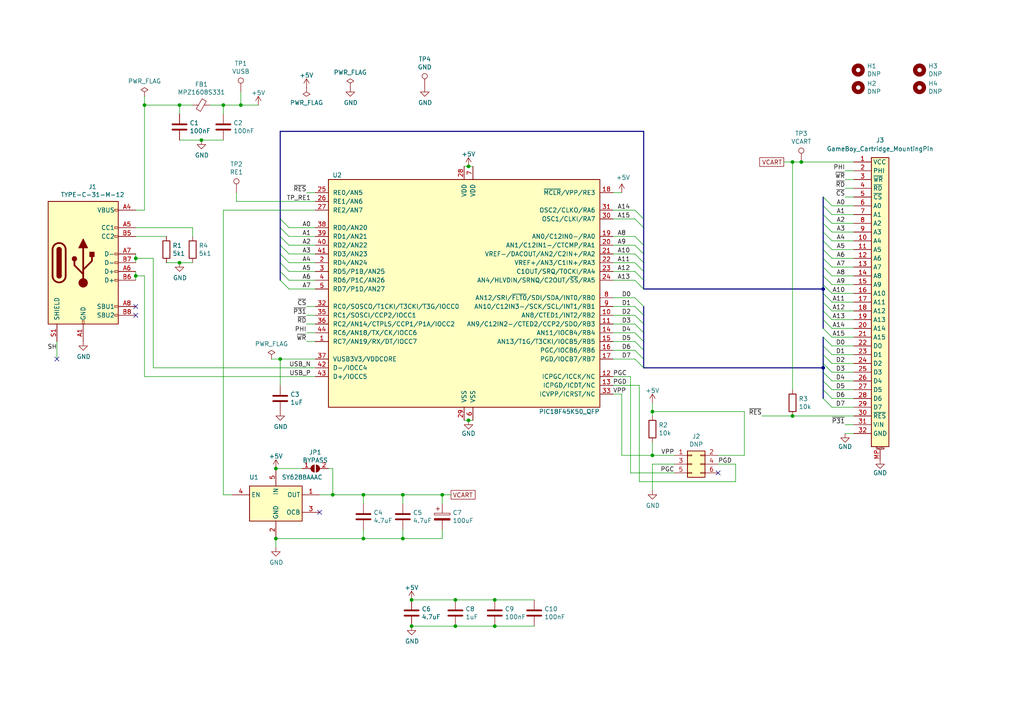
<source format=kicad_sch>
(kicad_sch (version 20211123) (generator eeschema)
  (paper "A4")
  (title_block (title "GB-CARTPP-XC") (date "2020-10-04") (rev "v1.2") (company "https://gekkio.fi"))
  (lib_symbols
    (symbol "Connector:TestPoint" (pin_numbers hide) (pin_names (offset 0.762) hide)
      (property "Reference" "TP" (at 0 6.858 0))
      (property "Value" "TestPoint" (at 0 5.08 0))
      (symbol "TestPoint_0_1"
        (circle (center 0 3.302) (radius 0.762))
      )
      (symbol "TestPoint_1_1"
        (pin passive line (at 0 0 90) (length 2.54) (name "1") (number "1"))
      )
    )
    (symbol "Connector:USB_C_Receptacle_USB2.0" (pin_names (offset 1.016))
      (property "Reference" "J" (at -10.16 19.05 0))
      (property "Value" "USB_C_Receptacle_USB2.0" (at 19.05 19.05 0))
      (symbol "USB_C_Receptacle_USB2.0_0_0"
        (rectangle (start -0.254 -17.78) (end 0.254 -16.764))
        (rectangle (start 10.16 -14.986) (end 9.144 -15.494))
        (rectangle (start 10.16 -12.446) (end 9.144 -12.954))
        (rectangle (start 10.16 -4.826) (end 9.144 -5.334))
        (rectangle (start 10.16 -2.286) (end 9.144 -2.794))
        (rectangle (start 10.16 0.254) (end 9.144 -0.254))
        (rectangle (start 10.16 2.794) (end 9.144 2.286))
        (rectangle (start 10.16 7.874) (end 9.144 7.366))
        (rectangle (start 10.16 10.414) (end 9.144 9.906))
        (rectangle (start 10.16 15.494) (end 9.144 14.986))
      )
      (symbol "USB_C_Receptacle_USB2.0_0_1"
        (rectangle (start -10.16 17.78) (end 10.16 -17.78) (stroke (width 0.254)) (fill (type background)))
        (arc (start -8.89 -3.81) (mid -6.985 -5.715) (end -5.08 -3.81) (stroke (width 0.508)))
        (arc (start -7.62 -3.81) (mid -6.985 -4.445) (end -6.35 -3.81) (stroke (width 0.254)))
        (arc (start -7.62 -3.81) (mid -6.985 -4.445) (end -6.35 -3.81) (stroke (width 0.254)) (fill (type outline)))
        (rectangle (start -7.62 -3.81) (end -6.35 3.81) (stroke (width 0.254)) (fill (type outline)))
        (arc (start -6.35 3.81) (mid -6.985 4.445) (end -7.62 3.81) (stroke (width 0.254)))
        (arc (start -6.35 3.81) (mid -6.985 4.445) (end -7.62 3.81) (stroke (width 0.254)) (fill (type outline)))
        (arc (start -5.08 3.81) (mid -6.985 5.715) (end -8.89 3.81) (stroke (width 0.508)))
        (circle (center -2.54 1.143) (radius 0.635) (stroke (width 0.254)) (fill (type outline)))
        (circle (center 0 -5.842) (radius 1.27) (fill (type outline)))
        (polyline (pts (xy -8.89 -3.81) (xy -8.89 3.81)) (stroke (width 0.508)))
        (polyline (pts (xy -5.08 3.81) (xy -5.08 -3.81)) (stroke (width 0.508)))
        (polyline (pts (xy 0 -5.842) (xy 0 4.318)) (stroke (width 0.508)))
        (polyline (pts (xy 0 -3.302) (xy -2.54 -0.762) (xy -2.54 0.508)) (stroke (width 0.508)))
        (polyline (pts (xy 0 -2.032) (xy 2.54 0.508) (xy 2.54 1.778)) (stroke (width 0.508)))
        (polyline (pts (xy -1.27 4.318) (xy 0 6.858) (xy 1.27 4.318) (xy -1.27 4.318)) (stroke (width 0.254)) (fill (type outline)))
        (rectangle (start 1.905 1.778) (end 3.175 3.048) (stroke (width 0.254)) (fill (type outline)))
      )
      (symbol "USB_C_Receptacle_USB2.0_1_1"
        (pin passive line (at 0 -22.86 90) (length 5.08) (name "GND") (number "A1"))
        (pin passive line (at 0 -22.86 90) (length 5.08) hide (name "GND") (number "A12"))
        (pin passive line (at 15.24 15.24 180) (length 5.08) (name "VBUS") (number "A4"))
        (pin bidirectional line (at 15.24 10.16 180) (length 5.08) (name "CC1") (number "A5"))
        (pin bidirectional line (at 15.24 -2.54 180) (length 5.08) (name "D+") (number "A6"))
        (pin bidirectional line (at 15.24 2.54 180) (length 5.08) (name "D-") (number "A7"))
        (pin bidirectional line (at 15.24 -12.7 180) (length 5.08) (name "SBU1") (number "A8"))
        (pin passive line (at 15.24 15.24 180) (length 5.08) hide (name "VBUS") (number "A9"))
        (pin passive line (at 0 -22.86 90) (length 5.08) hide (name "GND") (number "B1"))
        (pin passive line (at 0 -22.86 90) (length 5.08) hide (name "GND") (number "B12"))
        (pin passive line (at 15.24 15.24 180) (length 5.08) hide (name "VBUS") (number "B4"))
        (pin bidirectional line (at 15.24 7.62 180) (length 5.08) (name "CC2") (number "B5"))
        (pin bidirectional line (at 15.24 -5.08 180) (length 5.08) (name "D+") (number "B6"))
        (pin bidirectional line (at 15.24 0 180) (length 5.08) (name "D-") (number "B7"))
        (pin bidirectional line (at 15.24 -15.24 180) (length 5.08) (name "SBU2") (number "B8"))
        (pin passive line (at 15.24 15.24 180) (length 5.08) hide (name "VBUS") (number "B9"))
        (pin passive line (at -7.62 -22.86 90) (length 5.08) (name "SHIELD") (number "S1"))
      )
    )
    (symbol "Connector_Generic:Conn_02x03_Odd_Even" (pin_names (offset 1.016) hide)
      (property "Reference" "J" (at 1.27 5.08 0))
      (property "Value" "Conn_02x03_Odd_Even" (at 1.27 -5.08 0))
      (symbol "Conn_02x03_Odd_Even_1_1"
        (rectangle (start -1.27 -2.413) (end 0 -2.667) (stroke (width 0.1524)))
        (rectangle (start -1.27 0.127) (end 0 -0.127) (stroke (width 0.1524)))
        (rectangle (start -1.27 2.667) (end 0 2.413) (stroke (width 0.1524)))
        (rectangle (start -1.27 3.81) (end 3.81 -3.81) (stroke (width 0.254)) (fill (type background)))
        (rectangle (start 3.81 -2.413) (end 2.54 -2.667) (stroke (width 0.1524)))
        (rectangle (start 3.81 0.127) (end 2.54 -0.127) (stroke (width 0.1524)))
        (rectangle (start 3.81 2.667) (end 2.54 2.413) (stroke (width 0.1524)))
        (pin passive line (at -5.08 2.54 0) (length 3.81) (name "Pin_1") (number "1"))
        (pin passive line (at 7.62 2.54 180) (length 3.81) (name "Pin_2") (number "2"))
        (pin passive line (at -5.08 0 0) (length 3.81) (name "Pin_3") (number "3"))
        (pin passive line (at 7.62 0 180) (length 3.81) (name "Pin_4") (number "4"))
        (pin passive line (at -5.08 -2.54 0) (length 3.81) (name "Pin_5") (number "5"))
        (pin passive line (at 7.62 -2.54 180) (length 3.81) (name "Pin_6") (number "6"))
      )
    )
    (symbol "Device:C" (pin_numbers hide) (pin_names (offset 0.254))
      (property "Reference" "C" (at 0.635 2.54 0))
      (property "Value" "C" (at 0.635 -2.54 0))
      (symbol "C_0_1"
        (polyline (pts (xy -2.032 -0.762) (xy 2.032 -0.762)) (stroke (width 0.508)))
        (polyline (pts (xy -2.032 0.762) (xy 2.032 0.762)) (stroke (width 0.508)))
      )
      (symbol "C_1_1"
        (pin passive line (at 0 3.81 270) (length 2.794) (name "~") (number "1"))
        (pin passive line (at 0 -3.81 90) (length 2.794) (name "~") (number "2"))
      )
    )
    (symbol "Device:C_Polarized" (pin_numbers hide) (pin_names (offset 0.254))
      (property "Reference" "C" (at 0.635 2.54 0))
      (property "Value" "C_Polarized" (at 0.635 -2.54 0))
      (symbol "C_Polarized_0_1"
        (rectangle (start -2.286 0.508) (end 2.286 1.016))
        (polyline (pts (xy -1.778 2.286) (xy -0.762 2.286)))
        (polyline (pts (xy -1.27 2.794) (xy -1.27 1.778)))
        (rectangle (start 2.286 -0.508) (end -2.286 -1.016) (fill (type outline)))
      )
      (symbol "C_Polarized_1_1"
        (pin passive line (at 0 3.81 270) (length 2.794) (name "~") (number "1"))
        (pin passive line (at 0 -3.81 90) (length 2.794) (name "~") (number "2"))
      )
    )
    (symbol "Device:FerriteBead_Small" (pin_numbers hide) (pin_names (offset 0))
      (property "Reference" "FB" (at 1.905 1.27 0))
      (property "Value" "FerriteBead_Small" (at 1.905 -1.27 0))
      (symbol "FerriteBead_Small_0_1"
        (polyline (pts (xy 0 -1.27) (xy 0 -0.7874)))
        (polyline (pts (xy 0 0.889) (xy 0 1.2954)))
        (polyline (pts (xy -1.8288 0.2794) (xy -1.1176 1.4986) (xy 1.8288 -0.2032) (xy 1.1176 -1.4224) (xy -1.8288 0.2794)))
      )
      (symbol "FerriteBead_Small_1_1"
        (pin passive line (at 0 2.54 270) (length 1.27) (name "~") (number "1"))
        (pin passive line (at 0 -2.54 90) (length 1.27) (name "~") (number "2"))
      )
    )
    (symbol "Device:R" (pin_numbers hide) (pin_names (offset 0))
      (property "Reference" "R" (at 2.032 0 90))
      (property "Value" "R" (at 0 0 90))
      (symbol "R_0_1"
        (rectangle (start -1.016 -2.54) (end 1.016 2.54) (stroke (width 0.254)))
      )
      (symbol "R_1_1"
        (pin passive line (at 0 3.81 270) (length 1.27) (name "~") (number "1"))
        (pin passive line (at 0 -3.81 90) (length 1.27) (name "~") (number "2"))
      )
    )
    (symbol "Gekkio_Connector_Specialized:GameBoy_Cartridge_MountingPin"
      (property "Reference" "J" (at 0 43.18 0))
      (property "Value" "GameBoy_Cartridge_MountingPin" (at 1.27 -44.45 0))
      (symbol "GameBoy_Cartridge_MountingPin_0_1"
        (rectangle (start -2.54 41.91) (end 2.54 -41.91) (stroke (width 0.254)) (fill (type background)))
      )
      (symbol "GameBoy_Cartridge_MountingPin_1_1"
        (polyline (pts (xy -1.016 -42.672) (xy 1.016 -42.672)) (stroke (width 0.1524)))
        (text "Mounting" (at 0 -42.291 0) (effects (font (size 0.381 0.381))))
        (pin passive line (at -7.62 40.64 0) (length 5.08) (name "VCC") (number "1"))
        (pin passive line (at -7.62 17.78 0) (length 5.08) (name "A4") (number "10"))
        (pin passive line (at -7.62 15.24 0) (length 5.08) (name "A5") (number "11"))
        (pin passive line (at -7.62 12.7 0) (length 5.08) (name "A6") (number "12"))
        (pin passive line (at -7.62 10.16 0) (length 5.08) (name "A7") (number "13"))
        (pin passive line (at -7.62 7.62 0) (length 5.08) (name "A8") (number "14"))
        (pin passive line (at -7.62 5.08 0) (length 5.08) (name "A9") (number "15"))
        (pin passive line (at -7.62 2.54 0) (length 5.08) (name "A10") (number "16"))
        (pin passive line (at -7.62 0 0) (length 5.08) (name "A11") (number "17"))
        (pin passive line (at -7.62 -2.54 0) (length 5.08) (name "A12") (number "18"))
        (pin passive line (at -7.62 -5.08 0) (length 5.08) (name "A13") (number "19"))
        (pin passive line (at -7.62 38.1 0) (length 5.08) (name "PHI") (number "2"))
        (pin passive line (at -7.62 -7.62 0) (length 5.08) (name "A14") (number "20"))
        (pin passive line (at -7.62 -10.16 0) (length 5.08) (name "A15") (number "21"))
        (pin passive line (at -7.62 -12.7 0) (length 5.08) (name "D0") (number "22"))
        (pin passive line (at -7.62 -15.24 0) (length 5.08) (name "D1") (number "23"))
        (pin passive line (at -7.62 -17.78 0) (length 5.08) (name "D2") (number "24"))
        (pin passive line (at -7.62 -20.32 0) (length 5.08) (name "D3") (number "25"))
        (pin passive line (at -7.62 -22.86 0) (length 5.08) (name "D4") (number "26"))
        (pin passive line (at -7.62 -25.4 0) (length 5.08) (name "D5") (number "27"))
        (pin passive line (at -7.62 -27.94 0) (length 5.08) (name "D6") (number "28"))
        (pin passive line (at -7.62 -30.48 0) (length 5.08) (name "D7") (number "29"))
        (pin passive line (at -7.62 35.56 0) (length 5.08) (name "~{WR}") (number "3"))
        (pin passive line (at -7.62 -33.02 0) (length 5.08) (name "~{RES}") (number "30"))
        (pin passive line (at -7.62 -35.56 0) (length 5.08) (name "VIN") (number "31"))
        (pin passive line (at -7.62 -38.1 0) (length 5.08) (name "GND") (number "32"))
        (pin passive line (at -7.62 33.02 0) (length 5.08) (name "~{RD}") (number "4"))
        (pin passive line (at -7.62 30.48 0) (length 5.08) (name "~{CS}") (number "5"))
        (pin passive line (at -7.62 27.94 0) (length 5.08) (name "A0") (number "6"))
        (pin passive line (at -7.62 25.4 0) (length 5.08) (name "A1") (number "7"))
        (pin passive line (at -7.62 22.86 0) (length 5.08) (name "A2") (number "8"))
        (pin passive line (at -7.62 20.32 0) (length 5.08) (name "A3") (number "9"))
        (pin passive line (at 0 -45.72 90) (length 3.048) (name "~") (number "MP"))
      )
    )
    (symbol "Gekkio_Power_Management:SY6288AAAC"
      (property "Reference" "U" (at -6.35 6.35 0))
      (property "Value" "SY6288AAAC" (at 6.35 6.35 0))
      (symbol "SY6288AAAC_0_1"
        (rectangle (start -7.62 5.08) (end 7.62 -5.08) (stroke (width 0.254)) (fill (type background)))
      )
      (symbol "SY6288AAAC_1_1"
        (pin power_out line (at 12.7 2.54 180) (length 5.08) (name "OUT") (number "1"))
        (pin power_in line (at 0 -10.16 90) (length 5.08) (name "GND") (number "2"))
        (pin open_collector line (at 12.7 -2.54 180) (length 5.08) (name "OCB") (number "3"))
        (pin input line (at -12.7 2.54 0) (length 5.08) (name "EN") (number "4"))
        (pin power_in line (at 0 10.16 270) (length 5.08) (name "IN") (number "5"))
      )
    )
    (symbol "Jumper:SolderJumper_2_Open" (pin_names (offset 0) hide)
      (property "Reference" "JP" (at 0 2.032 0))
      (property "Value" "SolderJumper_2_Open" (at 0 -2.54 0))
      (symbol "SolderJumper_2_Open_0_1"
        (arc (start -0.254 1.016) (mid -1.27 0) (end -0.254 -1.016))
        (arc (start -0.254 1.016) (mid -1.27 0) (end -0.254 -1.016) (fill (type outline)))
        (polyline (pts (xy -0.254 1.016) (xy -0.254 -1.016)))
        (polyline (pts (xy 0.254 1.016) (xy 0.254 -1.016)))
        (arc (start 0.254 -1.016) (mid 1.27 0) (end 0.254 1.016))
        (arc (start 0.254 -1.016) (mid 1.27 0) (end 0.254 1.016) (fill (type outline)))
      )
      (symbol "SolderJumper_2_Open_1_1"
        (pin passive line (at -3.81 0 0) (length 2.54) (name "A") (number "1"))
        (pin passive line (at 3.81 0 180) (length 2.54) (name "B") (number "2"))
      )
    )
    (symbol "MCU_Microchip_PIC18:PIC18F45K50_QFP" (pin_names (offset 1.27))
      (property "Reference" "U" (at -36.83 33.02 0))
      (property "Value" "PIC18F45K50_QFP" (at 30.48 -35.56 0))
      (symbol "PIC18F45K50_QFP_0_1"
        (rectangle (start -39.37 31.75) (end 39.37 -34.29) (stroke (width 0.254)) (fill (type background)))
      )
      (symbol "PIC18F45K50_QFP_1_1"
        (pin bidirectional line (at -43.18 -15.24 0) (length 3.81) (name "RC7/AN19/RX/DT/IOCC7") (number "1"))
        (pin bidirectional line (at 43.18 -7.62 180) (length 3.81) (name "AN8/CTED1/INT2/RB2") (number "10"))
        (pin bidirectional line (at 43.18 -10.16 180) (length 3.81) (name "AN9/C12IN2-/CTED2/CCP2/SDO/RB3") (number "11"))
        (pin bidirectional line (at 43.18 -25.4 180) (length 3.81) (name "ICPGC/ICCK/NC") (number "12"))
        (pin bidirectional line (at 43.18 -27.94 180) (length 3.81) (name "ICPGD/ICDT/NC") (number "13"))
        (pin bidirectional line (at 43.18 -12.7 180) (length 3.81) (name "AN11/IOCB4/RB4") (number "14"))
        (pin bidirectional line (at 43.18 -15.24 180) (length 3.81) (name "AN13/T1G/T3CKI/IOCB5/RB5") (number "15"))
        (pin bidirectional line (at 43.18 -17.78 180) (length 3.81) (name "PGC/IOCB6/RB6") (number "16"))
        (pin bidirectional line (at 43.18 -20.32 180) (length 3.81) (name "PGD/IOCB7/RB7") (number "17"))
        (pin input line (at 43.18 27.94 180) (length 3.81) (name "~{MCLR}/VPP/RE3") (number "18"))
        (pin bidirectional line (at 43.18 15.24 180) (length 3.81) (name "AN0/C12IN0-/RA0") (number "19"))
        (pin bidirectional line (at -43.18 7.62 0) (length 3.81) (name "RD4/AN24") (number "2"))
        (pin bidirectional line (at 43.18 12.7 180) (length 3.81) (name "AN1/C12IN1-/CTCMP/RA1") (number "20"))
        (pin bidirectional line (at 43.18 10.16 180) (length 3.81) (name "VREF-/DACOUT/AN2/C2IN+/RA2") (number "21"))
        (pin bidirectional line (at 43.18 7.62 180) (length 3.81) (name "VREF+/AN3/C1IN+/RA3") (number "22"))
        (pin bidirectional line (at 43.18 5.08 180) (length 3.81) (name "C1OUT/SRQ/T0CKI/RA4") (number "23"))
        (pin bidirectional line (at 43.18 2.54 180) (length 3.81) (name "AN4/HLVDIN/SRNQ/C2OUT/~{SS}/RA5") (number "24"))
        (pin bidirectional line (at -43.18 27.94 0) (length 3.81) (name "RE0/AN5") (number "25"))
        (pin bidirectional line (at -43.18 25.4 0) (length 3.81) (name "RE1/AN6") (number "26"))
        (pin bidirectional line (at -43.18 22.86 0) (length 3.81) (name "RE2/AN7") (number "27"))
        (pin power_in line (at 0 35.56 270) (length 3.81) (name "VDD") (number "28"))
        (pin power_in line (at 0 -38.1 90) (length 3.81) (name "VSS") (number "29"))
        (pin bidirectional line (at -43.18 5.08 0) (length 3.81) (name "RD5/P1B/AN25") (number "3"))
        (pin bidirectional line (at 43.18 20.32 180) (length 3.81) (name "OSC1/CLKI/RA7") (number "30"))
        (pin bidirectional line (at 43.18 22.86 180) (length 3.81) (name "OSC2/CLKO/RA6") (number "31"))
        (pin bidirectional line (at -43.18 -5.08 0) (length 3.81) (name "RC0/SOSCO/T1CKI/T3CKI/T3G/IOCC0") (number "32"))
        (pin bidirectional line (at 43.18 -30.48 180) (length 3.81) (name "ICVPP/ICRST/NC") (number "33"))
        (pin no_connect line (at -17.78 -38.1 90) (length 3.81) hide (name "NC") (number "34"))
        (pin bidirectional line (at -43.18 -7.62 0) (length 3.81) (name "RC1/SOSCI/CCP2/IOCC1") (number "35"))
        (pin bidirectional line (at -43.18 -10.16 0) (length 3.81) (name "RC2/AN14/CTPLS/CCP1/P1A/IOCC2") (number "36"))
        (pin power_in line (at -43.18 -20.32 0) (length 3.81) (name "VUSB3V3/VDDCORE") (number "37"))
        (pin bidirectional line (at -43.18 17.78 0) (length 3.81) (name "RD0/AN20") (number "38"))
        (pin bidirectional line (at -43.18 15.24 0) (length 3.81) (name "RD1/AN21") (number "39"))
        (pin bidirectional line (at -43.18 2.54 0) (length 3.81) (name "RD6/P1C/AN26") (number "4"))
        (pin bidirectional line (at -43.18 12.7 0) (length 3.81) (name "RD2/AN22") (number "40"))
        (pin bidirectional line (at -43.18 10.16 0) (length 3.81) (name "RD3/AN23") (number "41"))
        (pin bidirectional line (at -43.18 -22.86 0) (length 3.81) (name "D-/IOCC4") (number "42"))
        (pin bidirectional line (at -43.18 -25.4 0) (length 3.81) (name "D+/IOCC5") (number "43"))
        (pin bidirectional line (at -43.18 -12.7 0) (length 3.81) (name "RC6/AN18/TX/CK/IOCC6") (number "44"))
        (pin bidirectional line (at -43.18 0 0) (length 3.81) (name "RD7/P1D/AN27") (number "5"))
        (pin power_in line (at 2.54 -38.1 90) (length 3.81) (name "VSS") (number "6"))
        (pin power_in line (at 2.54 35.56 270) (length 3.81) (name "VDD") (number "7"))
        (pin bidirectional line (at 43.18 -2.54 180) (length 3.81) (name "AN12/SRI/~{FLT0}/SDI/SDA/INT0/RB0") (number "8"))
        (pin bidirectional line (at 43.18 -5.08 180) (length 3.81) (name "AN10/C12IN3-/SCK/SCL/INT1/RB1") (number "9"))
      )
    )
    (symbol "Mechanical:MountingHole" (pin_names (offset 1.016))
      (property "Reference" "H" (at 0 5.08 0))
      (property "Value" "MountingHole" (at 0 3.175 0))
      (symbol "MountingHole_0_1"
        (circle (center 0 0) (radius 1.27) (stroke (width 1.27)))
      )
    )
    (symbol "power:+5V" (power) (pin_names (offset 0))
      (property "Value" "+5V" (at 0 3.556 0))
      (symbol "+5V_0_1"
        (polyline (pts (xy -0.762 1.27) (xy 0 2.54)))
        (polyline (pts (xy 0 0) (xy 0 2.54)))
        (polyline (pts (xy 0 2.54) (xy 0.762 1.27)))
      )
      (symbol "+5V_1_1"
        (pin power_in line (at 0 0 90) (length 0) hide (name "+5V") (number "1"))
      )
    )
    (symbol "power:GND" (power) (pin_names (offset 0))
      (property "Value" "GND" (at 0 -3.81 0))
      (symbol "GND_0_1"
        (polyline (pts (xy 0 0) (xy 0 -1.27) (xy 1.27 -1.27) (xy 0 -2.54) (xy -1.27 -1.27) (xy 0 -1.27)))
      )
      (symbol "GND_1_1"
        (pin power_in line (at 0 0 270) (length 0) hide (name "GND") (number "1"))
      )
    )
    (symbol "power:PWR_FLAG" (power) (pin_numbers hide) (pin_names (offset 0) hide)
      (property "Value" "PWR_FLAG" (at 0 3.81 0))
      (symbol "PWR_FLAG_0_0"
        (pin power_out line (at 0 0 90) (length 0) (name "pwr") (number "1"))
      )
      (symbol "PWR_FLAG_0_1"
        (polyline (pts (xy 0 0) (xy 0 1.27) (xy -1.016 1.905) (xy 0 2.54) (xy 1.016 1.905) (xy 0 1.27)))
      )
    )
  )
  (junction (at 189.23 119.38))
  (junction (at 238.76 83.82))
  (junction (at 238.76 106.68))
  (junction (at 143.51 181.61))
  (junction (at 119.38 173.99))
  (junction (at 229.87 120.65))
  (junction (at 96.52 143.51))
  (junction (at 116.84 143.51))
  (junction (at 80.01 135.89))
  (junction (at 135.89 121.92))
  (junction (at 80.01 156.21))
  (junction (at 69.85 30.48))
  (junction (at 143.51 173.99))
  (junction (at 128.27 143.51))
  (junction (at 189.23 132.08))
  (junction (at 41.91 30.48))
  (junction (at 58.42 40.64))
  (junction (at 119.38 181.61))
  (junction (at 81.28 104.14))
  (junction (at 39.37 74.93))
  (junction (at 132.08 173.99))
  (junction (at 52.07 30.48))
  (junction (at 105.41 143.51))
  (junction (at 116.84 156.21))
  (junction (at 132.08 181.61))
  (junction (at 232.41 46.99))
  (junction (at 39.37 80.01))
  (junction (at 105.41 156.21))
  (junction (at 64.77 30.48))
  (junction (at 135.89 48.26))
  (junction (at 229.87 46.99))
  (junction (at 52.07 76.2))
  (no_connect (at 16.51 104.14))
  (no_connect (at 92.71 148.59))
  (no_connect (at 208.28 137.16))
  (no_connect (at 39.37 88.9))
  (no_connect (at 39.37 91.44))
  (bus_entry (at 238.76 113.03) (size 2.54 2.54))
  (bus_entry (at 81.28 71.12) (size 2.54 2.54))
  (bus_entry (at 238.76 69.85) (size 2.54 2.54))
  (bus_entry (at 184.15 68.58) (size 2.54 2.54))
  (bus_entry (at 238.76 57.15) (size 2.54 2.54))
  (bus_entry (at 184.15 101.6) (size 2.54 2.54))
  (bus_entry (at 184.15 71.12) (size 2.54 2.54))
  (bus_entry (at 184.15 81.28) (size 2.54 2.54))
  (bus_entry (at 81.28 66.04) (size 2.54 2.54))
  (bus_entry (at 238.76 110.49) (size 2.54 2.54))
  (bus_entry (at 238.76 95.25) (size 2.54 2.54))
  (bus_entry (at 238.76 64.77) (size 2.54 2.54))
  (bus_entry (at 81.28 73.66) (size 2.54 2.54))
  (bus_entry (at 81.28 63.5) (size 2.54 2.54))
  (bus_entry (at 184.15 73.66) (size 2.54 2.54))
  (bus_entry (at 184.15 96.52) (size 2.54 2.54))
  (bus_entry (at 238.76 80.01) (size 2.54 2.54))
  (bus_entry (at 184.15 78.74) (size 2.54 2.54))
  (bus_entry (at 184.15 60.96) (size 2.54 2.54))
  (bus_entry (at 238.76 105.41) (size 2.54 2.54))
  (bus_entry (at 184.15 76.2) (size 2.54 2.54))
  (bus_entry (at 238.76 115.57) (size 2.54 2.54))
  (bus_entry (at 81.28 68.58) (size 2.54 2.54))
  (bus_entry (at 184.15 99.06) (size 2.54 2.54))
  (bus_entry (at 81.28 81.28) (size 2.54 2.54))
  (bus_entry (at 238.76 90.17) (size 2.54 2.54))
  (bus_entry (at 238.76 72.39) (size 2.54 2.54))
  (bus_entry (at 238.76 102.87) (size 2.54 2.54))
  (bus_entry (at 81.28 76.2) (size 2.54 2.54))
  (bus_entry (at 238.76 97.79) (size 2.54 2.54))
  (bus_entry (at 238.76 77.47) (size 2.54 2.54))
  (bus_entry (at 184.15 104.14) (size 2.54 2.54))
  (bus_entry (at 238.76 74.93) (size 2.54 2.54))
  (bus_entry (at 238.76 59.69) (size 2.54 2.54))
  (bus_entry (at 238.76 67.31) (size 2.54 2.54))
  (bus_entry (at 238.76 82.55) (size 2.54 2.54))
  (bus_entry (at 184.15 91.44) (size 2.54 2.54))
  (bus_entry (at 238.76 85.09) (size 2.54 2.54))
  (bus_entry (at 81.28 78.74) (size 2.54 2.54))
  (bus_entry (at 238.76 100.33) (size 2.54 2.54))
  (bus_entry (at 184.15 93.98) (size 2.54 2.54))
  (bus_entry (at 184.15 88.9) (size 2.54 2.54))
  (bus_entry (at 238.76 87.63) (size 2.54 2.54))
  (bus_entry (at 238.76 107.95) (size 2.54 2.54))
  (bus_entry (at 184.15 86.36) (size 2.54 2.54))
  (bus_entry (at 238.76 62.23) (size 2.54 2.54))
  (bus_entry (at 238.76 92.71) (size 2.54 2.54))
  (bus_entry (at 184.15 63.5) (size 2.54 2.54))
  (wire (pts (xy 83.82 71.12) (xy 91.44 71.12)))
  (wire (pts (xy 64.77 143.51) (xy 67.31 143.51)))
  (bus (pts (xy 186.69 99.06) (xy 186.69 101.6)))
  (wire (pts (xy 81.28 104.14) (xy 91.44 104.14)))
  (wire (pts (xy 41.91 60.96) (xy 39.37 60.96)))
  (wire (pts (xy 247.65 85.09) (xy 241.3 85.09)))
  (wire (pts (xy 154.94 173.99) (xy 143.51 173.99)))
  (wire (pts (xy 177.8 96.52) (xy 184.15 96.52)))
  (wire (pts (xy 177.8 60.96) (xy 184.15 60.96)))
  (bus (pts (xy 238.76 83.82) (xy 238.76 85.09)))
  (wire (pts (xy 132.08 181.61) (xy 143.51 181.61)))
  (wire (pts (xy 83.82 81.28) (xy 91.44 81.28)))
  (wire (pts (xy 52.07 40.64) (xy 58.42 40.64)))
  (bus (pts (xy 238.76 59.69) (xy 238.76 62.23)))
  (wire (pts (xy 177.8 91.44) (xy 184.15 91.44)))
  (wire (pts (xy 83.82 66.04) (xy 91.44 66.04)))
  (bus (pts (xy 81.28 66.04) (xy 81.28 68.58)))
  (wire (pts (xy 177.8 76.2) (xy 184.15 76.2)))
  (bus (pts (xy 81.28 76.2) (xy 81.28 78.74)))
  (wire (pts (xy 189.23 134.62) (xy 195.58 134.62)))
  (wire (pts (xy 185.42 111.76) (xy 185.42 139.7)))
  (bus (pts (xy 238.76 85.09) (xy 238.76 87.63)))
  (wire (pts (xy 41.91 30.48) (xy 41.91 60.96)))
  (wire (pts (xy 247.65 115.57) (xy 241.3 115.57)))
  (wire (pts (xy 215.9 132.08) (xy 208.28 132.08)))
  (wire (pts (xy 91.44 58.42) (xy 68.58 58.42)))
  (wire (pts (xy 96.52 143.51) (xy 92.71 143.51)))
  (wire (pts (xy 105.41 153.67) (xy 105.41 156.21)))
  (wire (pts (xy 69.85 26.67) (xy 69.85 30.48)))
  (bus (pts (xy 186.69 104.14) (xy 186.69 106.68)))
  (wire (pts (xy 39.37 66.04) (xy 55.88 66.04)))
  (wire (pts (xy 247.65 59.69) (xy 241.3 59.69)))
  (wire (pts (xy 247.65 77.47) (xy 241.3 77.47)))
  (wire (pts (xy 177.8 68.58) (xy 184.15 68.58)))
  (wire (pts (xy 96.52 135.89) (xy 96.52 143.51)))
  (wire (pts (xy 64.77 30.48) (xy 60.96 30.48)))
  (wire (pts (xy 247.65 87.63) (xy 241.3 87.63)))
  (wire (pts (xy 247.65 69.85) (xy 241.3 69.85)))
  (wire (pts (xy 245.11 125.73) (xy 247.65 125.73)))
  (wire (pts (xy 189.23 116.84) (xy 189.23 119.38)))
  (wire (pts (xy 52.07 76.2) (xy 55.88 76.2)))
  (wire (pts (xy 88.9 88.9) (xy 91.44 88.9)))
  (wire (pts (xy 80.01 158.75) (xy 80.01 156.21)))
  (bus (pts (xy 186.69 83.82) (xy 238.76 83.82)))
  (wire (pts (xy 64.77 33.02) (xy 64.77 30.48)))
  (wire (pts (xy 247.65 97.79) (xy 241.3 97.79)))
  (bus (pts (xy 81.28 71.12) (xy 81.28 73.66)))
  (wire (pts (xy 177.8 93.98) (xy 184.15 93.98)))
  (wire (pts (xy 80.01 156.21) (xy 105.41 156.21)))
  (bus (pts (xy 238.76 87.63) (xy 238.76 90.17)))
  (wire (pts (xy 135.89 48.26) (xy 137.16 48.26)))
  (wire (pts (xy 177.8 111.76) (xy 185.42 111.76)))
  (wire (pts (xy 185.42 139.7) (xy 213.36 139.7)))
  (wire (pts (xy 247.65 80.01) (xy 241.3 80.01)))
  (wire (pts (xy 41.91 109.22) (xy 91.44 109.22)))
  (wire (pts (xy 143.51 173.99) (xy 132.08 173.99)))
  (wire (pts (xy 116.84 156.21) (xy 105.41 156.21)))
  (wire (pts (xy 81.28 104.14) (xy 81.28 111.76)))
  (bus (pts (xy 238.76 107.95) (xy 238.76 110.49)))
  (wire (pts (xy 105.41 143.51) (xy 105.41 146.05)))
  (wire (pts (xy 182.88 137.16) (xy 182.88 109.22)))
  (wire (pts (xy 213.36 139.7) (xy 213.36 134.62)))
  (wire (pts (xy 132.08 173.99) (xy 119.38 173.99)))
  (wire (pts (xy 229.87 120.65) (xy 247.65 120.65)))
  (wire (pts (xy 83.82 78.74) (xy 91.44 78.74)))
  (wire (pts (xy 247.65 82.55) (xy 241.3 82.55)))
  (wire (pts (xy 189.23 119.38) (xy 189.23 120.65)))
  (wire (pts (xy 189.23 119.38) (xy 215.9 119.38)))
  (wire (pts (xy 247.65 92.71) (xy 241.3 92.71)))
  (bus (pts (xy 238.76 106.68) (xy 238.76 107.95)))
  (wire (pts (xy 134.62 48.26) (xy 135.89 48.26)))
  (wire (pts (xy 189.23 134.62) (xy 189.23 142.24)))
  (wire (pts (xy 88.9 96.52) (xy 91.44 96.52)))
  (wire (pts (xy 83.82 68.58) (xy 91.44 68.58)))
  (wire (pts (xy 232.41 46.99) (xy 247.65 46.99)))
  (wire (pts (xy 177.8 101.6) (xy 184.15 101.6)))
  (wire (pts (xy 180.34 132.08) (xy 180.34 114.3)))
  (wire (pts (xy 134.62 121.92) (xy 135.89 121.92)))
  (wire (pts (xy 41.91 30.48) (xy 52.07 30.48)))
  (wire (pts (xy 83.82 76.2) (xy 91.44 76.2)))
  (wire (pts (xy 247.65 90.17) (xy 241.3 90.17)))
  (bus (pts (xy 238.76 92.71) (xy 238.76 95.25)))
  (wire (pts (xy 88.9 93.98) (xy 91.44 93.98)))
  (bus (pts (xy 238.76 100.33) (xy 238.76 102.87)))
  (bus (pts (xy 186.69 93.98) (xy 186.69 96.52)))
  (bus (pts (xy 238.76 69.85) (xy 238.76 72.39)))
  (bus (pts (xy 81.28 38.1) (xy 81.28 63.5)))
  (wire (pts (xy 177.8 71.12) (xy 184.15 71.12)))
  (wire (pts (xy 116.84 146.05) (xy 116.84 143.51)))
  (wire (pts (xy 41.91 80.01) (xy 41.91 109.22)))
  (wire (pts (xy 83.82 83.82) (xy 91.44 83.82)))
  (bus (pts (xy 238.76 64.77) (xy 238.76 67.31)))
  (bus (pts (xy 186.69 71.12) (xy 186.69 73.66)))
  (wire (pts (xy 39.37 80.01) (xy 39.37 81.28)))
  (wire (pts (xy 44.45 106.68) (xy 44.45 74.93)))
  (wire (pts (xy 227.33 46.99) (xy 229.87 46.99)))
  (wire (pts (xy 247.65 64.77) (xy 241.3 64.77)))
  (wire (pts (xy 48.26 76.2) (xy 52.07 76.2)))
  (bus (pts (xy 238.76 74.93) (xy 238.76 77.47)))
  (bus (pts (xy 81.28 68.58) (xy 81.28 71.12)))
  (wire (pts (xy 48.26 68.58) (xy 39.37 68.58)))
  (wire (pts (xy 88.9 91.44) (xy 91.44 91.44)))
  (wire (pts (xy 88.9 99.06) (xy 91.44 99.06)))
  (bus (pts (xy 238.76 105.41) (xy 238.76 106.68)))
  (wire (pts (xy 68.58 55.88) (xy 68.58 58.42)))
  (bus (pts (xy 186.69 63.5) (xy 186.69 66.04)))
  (wire (pts (xy 39.37 76.2) (xy 39.37 74.93)))
  (wire (pts (xy 39.37 80.01) (xy 41.91 80.01)))
  (bus (pts (xy 186.69 91.44) (xy 186.69 93.98)))
  (wire (pts (xy 39.37 78.74) (xy 39.37 80.01)))
  (wire (pts (xy 245.11 52.07) (xy 247.65 52.07)))
  (wire (pts (xy 83.82 73.66) (xy 91.44 73.66)))
  (wire (pts (xy 119.38 181.61) (xy 132.08 181.61)))
  (bus (pts (xy 186.69 73.66) (xy 186.69 76.2)))
  (bus (pts (xy 186.69 96.52) (xy 186.69 99.06)))
  (wire (pts (xy 87.63 135.89) (xy 80.01 135.89)))
  (wire (pts (xy 135.89 121.92) (xy 137.16 121.92)))
  (wire (pts (xy 247.65 118.11) (xy 241.3 118.11)))
  (bus (pts (xy 238.76 57.15) (xy 238.76 59.69)))
  (wire (pts (xy 247.65 110.49) (xy 241.3 110.49)))
  (wire (pts (xy 189.23 132.08) (xy 195.58 132.08)))
  (wire (pts (xy 128.27 156.21) (xy 116.84 156.21)))
  (wire (pts (xy 189.23 132.08) (xy 180.34 132.08)))
  (wire (pts (xy 177.8 104.14) (xy 184.15 104.14)))
  (bus (pts (xy 186.69 101.6) (xy 186.69 104.14)))
  (bus (pts (xy 81.28 38.1) (xy 186.69 38.1)))
  (wire (pts (xy 247.65 67.31) (xy 241.3 67.31)))
  (wire (pts (xy 116.84 153.67) (xy 116.84 156.21)))
  (wire (pts (xy 247.65 113.03) (xy 241.3 113.03)))
  (wire (pts (xy 44.45 74.93) (xy 39.37 74.93)))
  (wire (pts (xy 245.11 123.19) (xy 247.65 123.19)))
  (wire (pts (xy 52.07 30.48) (xy 55.88 30.48)))
  (wire (pts (xy 41.91 27.94) (xy 41.91 30.48)))
  (wire (pts (xy 91.44 106.68) (xy 44.45 106.68)))
  (bus (pts (xy 81.28 73.66) (xy 81.28 76.2)))
  (wire (pts (xy 177.8 63.5) (xy 184.15 63.5)))
  (wire (pts (xy 91.44 60.96) (xy 64.77 60.96)))
  (wire (pts (xy 95.25 135.89) (xy 96.52 135.89)))
  (wire (pts (xy 52.07 30.48) (xy 52.07 33.02)))
  (bus (pts (xy 238.76 110.49) (xy 238.76 113.03)))
  (wire (pts (xy 105.41 143.51) (xy 116.84 143.51)))
  (wire (pts (xy 69.85 30.48) (xy 64.77 30.48)))
  (bus (pts (xy 238.76 113.03) (xy 238.76 115.57)))
  (wire (pts (xy 247.65 100.33) (xy 241.3 100.33)))
  (wire (pts (xy 247.65 72.39) (xy 241.3 72.39)))
  (wire (pts (xy 195.58 137.16) (xy 182.88 137.16)))
  (wire (pts (xy 215.9 119.38) (xy 215.9 132.08)))
  (wire (pts (xy 247.65 105.41) (xy 241.3 105.41)))
  (bus (pts (xy 186.69 38.1) (xy 186.69 63.5)))
  (wire (pts (xy 55.88 66.04) (xy 55.88 68.58)))
  (bus (pts (xy 238.76 97.79) (xy 238.76 100.33)))
  (wire (pts (xy 247.65 107.95) (xy 241.3 107.95)))
  (wire (pts (xy 247.65 62.23) (xy 241.3 62.23)))
  (wire (pts (xy 74.93 30.48) (xy 69.85 30.48)))
  (wire (pts (xy 105.41 143.51) (xy 96.52 143.51)))
  (wire (pts (xy 220.98 120.65) (xy 229.87 120.65)))
  (wire (pts (xy 189.23 128.27) (xy 189.23 132.08)))
  (wire (pts (xy 177.8 81.28) (xy 184.15 81.28)))
  (wire (pts (xy 213.36 134.62) (xy 208.28 134.62)))
  (wire (pts (xy 245.11 54.61) (xy 247.65 54.61)))
  (bus (pts (xy 186.69 88.9) (xy 186.69 91.44)))
  (wire (pts (xy 245.11 57.15) (xy 247.65 57.15)))
  (wire (pts (xy 128.27 143.51) (xy 130.81 143.51)))
  (bus (pts (xy 238.76 80.01) (xy 238.76 82.55)))
  (wire (pts (xy 182.88 109.22) (xy 177.8 109.22)))
  (bus (pts (xy 186.69 78.74) (xy 186.69 81.28)))
  (bus (pts (xy 238.76 77.47) (xy 238.76 80.01)))
  (wire (pts (xy 177.8 86.36) (xy 184.15 86.36)))
  (wire (pts (xy 177.8 73.66) (xy 184.15 73.66)))
  (wire (pts (xy 229.87 46.99) (xy 229.87 113.03)))
  (wire (pts (xy 245.11 49.53) (xy 247.65 49.53)))
  (wire (pts (xy 128.27 153.67) (xy 128.27 156.21)))
  (bus (pts (xy 186.69 106.68) (xy 238.76 106.68)))
  (wire (pts (xy 58.42 40.64) (xy 64.77 40.64)))
  (wire (pts (xy 116.84 143.51) (xy 128.27 143.51)))
  (bus (pts (xy 238.76 102.87) (xy 238.76 105.41)))
  (bus (pts (xy 238.76 82.55) (xy 238.76 83.82)))
  (bus (pts (xy 186.69 81.28) (xy 186.69 83.82)))
  (wire (pts (xy 39.37 74.93) (xy 39.37 73.66)))
  (bus (pts (xy 238.76 62.23) (xy 238.76 64.77)))
  (bus (pts (xy 238.76 90.17) (xy 238.76 92.71)))
  (wire (pts (xy 177.8 88.9) (xy 184.15 88.9)))
  (bus (pts (xy 186.69 76.2) (xy 186.69 78.74)))
  (wire (pts (xy 177.8 99.06) (xy 184.15 99.06)))
  (wire (pts (xy 177.8 78.74) (xy 184.15 78.74)))
  (wire (pts (xy 229.87 46.99) (xy 232.41 46.99)))
  (wire (pts (xy 143.51 181.61) (xy 154.94 181.61)))
  (wire (pts (xy 180.34 55.88) (xy 177.8 55.88)))
  (wire (pts (xy 247.65 95.25) (xy 241.3 95.25)))
  (wire (pts (xy 247.65 74.93) (xy 241.3 74.93)))
  (wire (pts (xy 128.27 143.51) (xy 128.27 146.05)))
  (bus (pts (xy 238.76 72.39) (xy 238.76 74.93)))
  (wire (pts (xy 16.51 99.06) (xy 16.51 104.14)))
  (wire (pts (xy 180.34 114.3) (xy 177.8 114.3)))
  (bus (pts (xy 81.28 78.74) (xy 81.28 81.28)))
  (bus (pts (xy 81.28 63.5) (xy 81.28 66.04)))
  (wire (pts (xy 88.9 55.88) (xy 91.44 55.88)))
  (wire (pts (xy 78.74 104.14) (xy 81.28 104.14)))
  (wire (pts (xy 64.77 60.96) (xy 64.77 143.51)))
  (wire (pts (xy 247.65 102.87) (xy 241.3 102.87)))
  (bus (pts (xy 238.76 67.31) (xy 238.76 69.85)))
  (bus (pts (xy 186.69 66.04) (xy 186.69 71.12)))
  (label "A8" (at 179.07 68.58 0))
  (label "~{P31}" (at 245.11 123.19 180))
  (label "A11" (at 179.07 76.2 0))
  (label "SH" (at 16.51 101.6 180))
  (label "A6" (at 245.11 74.93 180))
  (label "A4" (at 90.17 76.2 180))
  (label "~{WR}" (at 88.9 99.06 180))
  (label "A11" (at 245.11 87.63 180))
  (label "D3" (at 245.11 107.95 180))
  (label "A7" (at 90.17 83.82 180))
  (label "D1" (at 245.11 102.87 180))
  (label "A5" (at 245.11 72.39 180))
  (label "A7" (at 245.11 77.47 180))
  (label "A9" (at 245.11 82.55 180))
  (label "TP_RE1" (at 90.17 58.42 180))
  (label "A14" (at 245.11 95.25 180))
  (label "~{RD}" (at 245.11 54.61 180))
  (label "A14" (at 179.07 60.96 0))
  (label "D5" (at 245.11 113.03 180))
  (label "D0" (at 180.34 86.36 0))
  (label "A2" (at 245.11 64.77 180))
  (label "USB_P" (at 90.17 109.22 180))
  (label "A8" (at 245.11 80.01 180))
  (label "~{CS}" (at 88.9 88.9 180))
  (label "A1" (at 90.17 68.58 180))
  (label "PHI" (at 88.9 96.52 180))
  (label "~{RES}" (at 220.98 120.65 180))
  (label "A15" (at 245.11 97.79 180))
  (label "A5" (at 90.17 78.74 180))
  (label "D2" (at 180.34 91.44 0))
  (label "A6" (at 90.17 81.28 180))
  (label "D7" (at 245.11 118.11 180))
  (label "~{WR}" (at 245.11 52.07 180))
  (label "D3" (at 180.34 93.98 0))
  (label "A13" (at 179.07 81.28 0))
  (label "~{CS}" (at 245.11 57.15 180))
  (label "A1" (at 245.11 62.23 180))
  (label "A2" (at 90.17 71.12 180))
  (label "A15" (at 179.07 63.5 0))
  (label "A4" (at 245.11 69.85 180))
  (label "D4" (at 245.11 110.49 180))
  (label "~{RD}" (at 88.9 93.98 180))
  (label "D0" (at 245.11 100.33 180))
  (label "A3" (at 90.17 73.66 180))
  (label "D6" (at 180.34 101.6 0))
  (label "USB_N" (at 90.17 106.68 180))
  (label "D2" (at 245.11 105.41 180))
  (label "~{RES}" (at 88.9 55.88 180))
  (label "A10" (at 179.07 73.66 0))
  (label "~{P31}" (at 88.9 91.44 180))
  (label "PGD" (at 177.8 111.76 0))
  (label "PGC" (at 177.8 109.22 0))
  (label "A10" (at 245.11 85.09 180))
  (label "A12" (at 245.11 90.17 180))
  (label "A0" (at 90.17 66.04 180))
  (label "PHI" (at 245.11 49.53 180))
  (label "A13" (at 245.11 92.71 180))
  (label "PGC" (at 195.58 137.16 180))
  (label "D5" (at 180.34 99.06 0))
  (label "A9" (at 179.07 71.12 0))
  (label "D4" (at 180.34 96.52 0))
  (label "A0" (at 245.11 59.69 180))
  (label "D7" (at 180.34 104.14 0))
  (label "D1" (at 180.34 88.9 0))
  (label "VPP" (at 177.8 114.3 0))
  (label "D6" (at 245.11 115.57 180))
  (label "A12" (at 179.07 78.74 0))
  (label "A3" (at 245.11 67.31 180))
  (label "VPP" (at 195.58 132.08 180))
  (label "PGD" (at 208.28 134.62 0))
  (global_label "VCART" (shape passive) (at 227.33 46.99 180) (property "Intersheet References" "${INTERSHEET_REFS}" (effects hide)))
  (global_label "VCART" (shape passive) (at 130.81 143.51 0) (property "Intersheet References" "${INTERSHEET_REFS}" (effects hide)))
  (symbol (lib_id "MCU_Microchip_PIC18:PIC18F45K50_QFP") (at 134.62 83.82 0) (unit 1)
    (property "Reference" "U2" (at 97.79 50.8 0))
    (property "Value" "PIC18F45K50_QFP" (at 165.1 119.38 0))
    (property "Footprint" "Package_QFP:TQFP-44_10x10mm_P0.8mm" (effects hide))
    (property "Datasheet" "http://ww1.microchip.com/downloads/en/DeviceDoc/30000684B.pdf" (effects hide))
  )
  (symbol (lib_id "Jumper:SolderJumper_2_Open") (at 91.44 135.89 0) (unit 1)
    (property "Reference" "JP1" (at 91.44 131.191 0))
    (property "Value" "BYPASS" (at 91.44 133.5024 0))
    (property "Footprint" "Jumper:SolderJumper-2_P1.3mm_Open_RoundedPad1.0x1.5mm" (effects hide))
  )
  (symbol (lib_id "Gekkio_Connector_Specialized:GameBoy_Cartridge_MountingPin") (at 255.27 87.63 0) (unit 1)
    (property "Reference" "J3" (at 255.27 40.64 0))
    (property "Value" "GameBoy_Cartridge_MountingPin" (at 255.27 43.18 0))
    (property "Footprint" "Gekkio_Connector_PCBEdge:GameBoy_Cartridge_AGS_1x32-1MP_P1.50mm_Socket_Horizontal" (effects hide))
  )
  (symbol (lib_id "power:GND") (at 135.89 121.92 0) (unit 1)
    (property "Reference" "#PWR010" (effects hide))
    (property "Value" "GND" (at 135.89 125.73 0))
  )
  (symbol (lib_id "power:+5V") (at 135.89 48.26 0) (unit 1)
    (property "Reference" "#PWR09" (effects hide))
    (property "Value" "+5V" (at 135.89 44.704 0))
  )
  (symbol (lib_id "power:+5V") (at 74.93 30.48 0) (unit 1)
    (property "Reference" "#PWR03" (effects hide))
    (property "Value" "+5V" (at 74.93 26.924 0))
  )
  (symbol (lib_id "power:GND") (at 245.11 125.73 0) (unit 1)
    (property "Reference" "#PWR016" (effects hide))
    (property "Value" "GND" (at 245.11 129.54 0))
  )
  (symbol (lib_id "Device:R") (at 229.87 116.84 0) (unit 1)
    (property "Reference" "R3" (at 231.648 115.6716 0) (effects (justify left)))
    (property "Value" "10k" (at 231.648 117.983 0) (effects (justify left)))
    (property "Footprint" "Resistor_SMD:R_0603_1608Metric" (effects hide))
  )
  (symbol (lib_id "Device:C") (at 119.38 177.8 0) (unit 1)
    (property "Reference" "C6" (at 122.301 176.6316 0) (effects (justify left)))
    (property "Value" "4.7uF" (at 122.301 178.943 0) (effects (justify left)))
    (property "Footprint" "Capacitor_SMD:C_0805_2012Metric" (effects hide))
  )
  (symbol (lib_id "power:GND") (at 119.38 181.61 0) (unit 1)
    (property "Reference" "#PWR08" (effects hide))
    (property "Value" "GND" (at 119.507 186.0042 0))
  )
  (symbol (lib_id "power:+5V") (at 119.38 173.99 0) (unit 1)
    (property "Reference" "#PWR07" (effects hide))
    (property "Value" "+5V" (at 119.38 170.434 0))
  )
  (symbol (lib_id "Device:C") (at 132.08 177.8 0) (unit 1)
    (property "Reference" "C8" (at 135.001 176.6316 0) (effects (justify left)))
    (property "Value" "1uF" (at 135.001 178.943 0) (effects (justify left)))
    (property "Footprint" "Capacitor_SMD:C_0805_2012Metric" (effects hide))
  )
  (symbol (lib_id "Device:C") (at 143.51 177.8 0) (unit 1)
    (property "Reference" "C9" (at 146.431 176.6316 0) (effects (justify left)))
    (property "Value" "100nF" (at 146.431 178.943 0) (effects (justify left)))
    (property "Footprint" "Capacitor_SMD:C_0603_1608Metric" (effects hide))
  )
  (symbol (lib_id "Device:C") (at 154.94 177.8 0) (unit 1)
    (property "Reference" "C10" (at 157.861 176.6316 0) (effects (justify left)))
    (property "Value" "100nF" (at 157.861 178.943 0) (effects (justify left)))
    (property "Footprint" "Capacitor_SMD:C_0603_1608Metric" (effects hide))
  )
  (symbol (lib_id "Device:C") (at 81.28 115.57 0) (unit 1)
    (property "Reference" "C3" (at 84.201 114.4016 0) (effects (justify left)))
    (property "Value" "1uF" (at 84.201 116.713 0) (effects (justify left)))
    (property "Footprint" "Capacitor_SMD:C_0805_2012Metric" (effects hide))
  )
  (symbol (lib_id "power:GND") (at 81.28 119.38 0) (unit 1)
    (property "Reference" "#PWR06" (effects hide))
    (property "Value" "GND" (at 81.407 123.7742 0))
  )
  (symbol (lib_id "power:GND") (at 24.13 99.06 0) (unit 1)
    (property "Reference" "#PWR01" (effects hide))
    (property "Value" "GND" (at 24.257 103.4542 0))
  )
  (symbol (lib_id "power:+5V") (at 180.34 55.88 0) (unit 1)
    (property "Reference" "#PWR012" (effects hide))
    (property "Value" "+5V" (at 180.721 51.4858 0))
  )
  (symbol (lib_id "Connector_Generic:Conn_02x03_Odd_Even") (at 200.66 134.62 0) (unit 1)
    (property "Reference" "J2" (at 201.93 126.5682 0))
    (property "Value" "DNP" (at 201.93 128.8796 0))
    (property "Footprint" "Connector:Tag-Connect_TC2030-IDC-NL_2x03_P1.27mm_Vertical" (effects hide))
  )
  (symbol (lib_id "power:+5V") (at 189.23 116.84 0) (unit 1)
    (property "Reference" "#PWR013" (effects hide))
    (property "Value" "+5V" (at 189.23 113.284 0))
  )
  (symbol (lib_id "Device:R") (at 189.23 124.46 0) (unit 1)
    (property "Reference" "R2" (at 191.008 123.2916 0) (effects (justify left)))
    (property "Value" "10k" (at 191.008 125.603 0) (effects (justify left)))
    (property "Footprint" "Resistor_SMD:R_0603_1608Metric" (effects hide))
  )
  (symbol (lib_id "power:GND") (at 189.23 142.24 0) (unit 1)
    (property "Reference" "#PWR014" (effects hide))
    (property "Value" "GND" (at 189.357 146.6342 0))
  )
  (symbol (lib_id "Connector:TestPoint") (at 68.58 55.88 0) (unit 1)
    (property "Reference" "TP2" (at 68.58 47.625 0))
    (property "Value" "RE1" (at 68.58 49.9364 0))
    (property "Footprint" "TestPoint:TestPoint_Pad_D1.0mm" (effects hide))
  )
  (symbol (lib_id "Connector:TestPoint") (at 69.85 26.67 0) (unit 1)
    (property "Reference" "TP1" (at 69.85 18.415 0))
    (property "Value" "VUSB" (at 69.85 20.7264 0))
    (property "Footprint" "TestPoint:TestPoint_THTPad_D2.0mm_Drill1.0mm" (effects hide))
  )
  (symbol (lib_id "Mechanical:MountingHole") (at 248.92 20.32 0) (unit 1)
    (property "Reference" "H1" (at 251.46 19.1516 0) (effects (justify left)))
    (property "Value" "DNP" (at 251.46 21.463 0) (effects (justify left)))
    (property "Footprint" "MountingHole:MountingHole_3.2mm_M3" (effects hide))
  )
  (symbol (lib_id "Mechanical:MountingHole") (at 266.7 20.32 0) (unit 1)
    (property "Reference" "H3" (at 269.24 19.1516 0) (effects (justify left)))
    (property "Value" "DNP" (at 269.24 21.463 0) (effects (justify left)))
    (property "Footprint" "MountingHole:MountingHole_3.2mm_M3" (effects hide))
  )
  (symbol (lib_id "Mechanical:MountingHole") (at 248.92 25.4 0) (unit 1)
    (property "Reference" "H2" (at 251.46 24.2316 0) (effects (justify left)))
    (property "Value" "DNP" (at 251.46 26.543 0) (effects (justify left)))
    (property "Footprint" "MountingHole:MountingHole_3.2mm_M3" (effects hide))
  )
  (symbol (lib_id "Mechanical:MountingHole") (at 266.7 25.4 0) (unit 1)
    (property "Reference" "H4" (at 269.24 24.2316 0) (effects (justify left)))
    (property "Value" "DNP" (at 269.24 26.543 0) (effects (justify left)))
    (property "Footprint" "MountingHole:MountingHole_3.2mm_M3" (effects hide))
  )
  (symbol (lib_id "power:PWR_FLAG") (at 78.74 104.14 0) (unit 1)
    (property "Reference" "#FLG01" (effects hide))
    (property "Value" "PWR_FLAG" (at 78.74 99.7458 0))
  )
  (symbol (lib_id "power:GND") (at 80.01 158.75 0) (unit 1)
    (property "Reference" "#PWR05" (effects hide))
    (property "Value" "GND" (at 80.137 163.1442 0))
  )
  (symbol (lib_id "Device:C") (at 105.41 149.86 0) (unit 1)
    (property "Reference" "C4" (at 108.331 148.6916 0) (effects (justify left)))
    (property "Value" "4.7uF" (at 108.331 151.003 0) (effects (justify left)))
    (property "Footprint" "Capacitor_SMD:C_0805_2012Metric" (effects hide))
  )
  (symbol (lib_id "power:+5V") (at 80.01 135.89 0) (unit 1)
    (property "Reference" "#PWR04" (effects hide))
    (property "Value" "+5V" (at 80.01 132.334 0))
  )
  (symbol (lib_id "power:GND") (at 255.27 133.35 0) (unit 1)
    (property "Reference" "#PWR017" (effects hide))
    (property "Value" "GND" (at 255.27 137.16 0))
  )
  (symbol (lib_id "Device:C_Polarized") (at 128.27 149.86 0) (unit 1)
    (property "Reference" "C7" (at 131.2672 148.6916 0) (effects (justify left)))
    (property "Value" "100uF" (at 131.2672 151.003 0) (effects (justify left)))
    (property "Footprint" "Capacitor_SMD:CP_Elec_6.3x5.8" (effects hide))
  )
  (symbol (lib_id "Device:C") (at 116.84 149.86 0) (unit 1)
    (property "Reference" "C5" (at 119.761 148.6916 0) (effects (justify left)))
    (property "Value" "4.7uF" (at 119.761 151.003 0) (effects (justify left)))
    (property "Footprint" "Capacitor_SMD:C_0805_2012Metric" (effects hide))
  )
  (symbol (lib_id "Connector:TestPoint") (at 232.41 46.99 0) (unit 1)
    (property "Reference" "TP3" (at 232.41 38.735 0))
    (property "Value" "VCART" (at 232.41 41.0464 0))
    (property "Footprint" "TestPoint:TestPoint_THTPad_D2.0mm_Drill1.0mm" (effects hide))
  )
  (symbol (lib_id "Device:FerriteBead_Small") (at 58.42 30.48 90) (unit 1)
    (property "Reference" "FB1" (at 58.42 24.4602 90))
    (property "Value" "MPZ1608S331" (at 58.42 26.7716 90))
    (property "Footprint" "Inductor_SMD:L_0603_1608Metric" (effects hide))
  )
  (symbol (lib_id "Device:C") (at 52.07 36.83 0) (unit 1)
    (property "Reference" "C1" (at 54.991 35.6616 0) (effects (justify left)))
    (property "Value" "100nF" (at 54.991 37.973 0) (effects (justify left)))
    (property "Footprint" "Capacitor_SMD:C_0603_1608Metric" (effects hide))
  )
  (symbol (lib_id "Device:C") (at 64.77 36.83 0) (unit 1)
    (property "Reference" "C2" (at 67.691 35.6616 0) (effects (justify left)))
    (property "Value" "100nF" (at 67.691 37.973 0) (effects (justify left)))
    (property "Footprint" "Capacitor_SMD:C_0603_1608Metric" (effects hide))
  )
  (symbol (lib_id "power:GND") (at 58.42 40.64 0) (unit 1)
    (property "Reference" "#PWR02" (effects hide))
    (property "Value" "GND" (at 58.547 45.0342 0))
  )
  (symbol (lib_id "Connector:TestPoint") (at 123.19 25.4 0) (unit 1)
    (property "Reference" "TP4" (at 123.19 17.145 0))
    (property "Value" "GND" (at 123.19 19.4564 0))
    (property "Footprint" "TestPoint:TestPoint_THTPad_D2.0mm_Drill1.0mm" (effects hide))
  )
  (symbol (lib_id "power:GND") (at 123.19 25.4 0) (unit 1)
    (property "Reference" "#PWR0103" (effects hide))
    (property "Value" "GND" (at 123.317 29.7942 0))
  )
  (symbol (lib_id "Gekkio_Power_Management:SY6288AAAC") (at 80.01 146.05 0) (unit 1)
    (property "Reference" "U1" (at 73.66 138.43 0))
    (property "Value" "SY6288AAAC" (at 87.63 138.43 0))
    (property "Footprint" "Package_TO_SOT_SMD:SOT-23-5" (effects hide))
    (property "Datasheet" "https://datasheet.lcsc.com/szlcsc/Silergy-Corp-SY6288AAAC_C111829.pdf" (effects hide))
  )
  (symbol (lib_id "Connector:USB_C_Receptacle_USB2.0") (at 24.13 76.2 0) (unit 1)
    (property "Reference" "J1" (at 26.8478 54.1782 0))
    (property "Value" "TYPE-C-31-M-12" (at 26.8478 56.4896 0))
    (property "Footprint" "Connector_USB:USB_C_Receptacle_HRO_TYPE-C-31-M-12" (effects hide))
    (property "Datasheet" "https://www.usb.org/sites/default/files/documents/usb_type-c.zip" (effects hide))
  )
  (symbol (lib_id "Device:R") (at 48.26 72.39 0) (unit 1)
    (property "Reference" "R1" (at 50.038 71.2216 0) (effects (justify left)))
    (property "Value" "5k1" (at 50.038 73.533 0) (effects (justify left)))
    (property "Footprint" "Resistor_SMD:R_0603_1608Metric" (effects hide))
  )
  (symbol (lib_id "Device:R") (at 55.88 72.39 0) (unit 1)
    (property "Reference" "R4" (at 57.658 71.2216 0) (effects (justify left)))
    (property "Value" "5k1" (at 57.658 73.533 0) (effects (justify left)))
    (property "Footprint" "Resistor_SMD:R_0603_1608Metric" (effects hide))
  )
  (symbol (lib_id "power:GND") (at 52.07 76.2 0) (unit 1)
    (property "Reference" "#PWR011" (effects hide))
    (property "Value" "GND" (at 52.197 80.5942 0))
  )
  (symbol (lib_id "power:PWR_FLAG") (at 101.6 25.4 0) (unit 1)
    (property "Reference" "#FLG0101" (effects hide))
    (property "Value" "PWR_FLAG" (at 101.6 21.0058 0))
  )
  (symbol (lib_id "power:PWR_FLAG") (at 88.9 25.4 180) (unit 1)
    (property "Reference" "#FLG0102" (effects hide))
    (property "Value" "PWR_FLAG" (at 88.9 29.7942 0))
  )
  (symbol (lib_id "power:+5V") (at 88.9 25.4 0) (unit 1)
    (property "Reference" "#PWR0101" (effects hide))
    (property "Value" "+5V" (at 88.9 21.844 0))
  )
  (symbol (lib_id "power:GND") (at 101.6 25.4 0) (unit 1)
    (property "Reference" "#PWR0102" (effects hide))
    (property "Value" "GND" (at 101.727 29.7942 0))
  )
  (symbol (lib_id "power:PWR_FLAG") (at 41.91 27.94 0) (unit 1)
    (property "Reference" "#FLG0103" (effects hide))
    (property "Value" "PWR_FLAG" (at 41.91 23.5458 0))
  )
)
</source>
